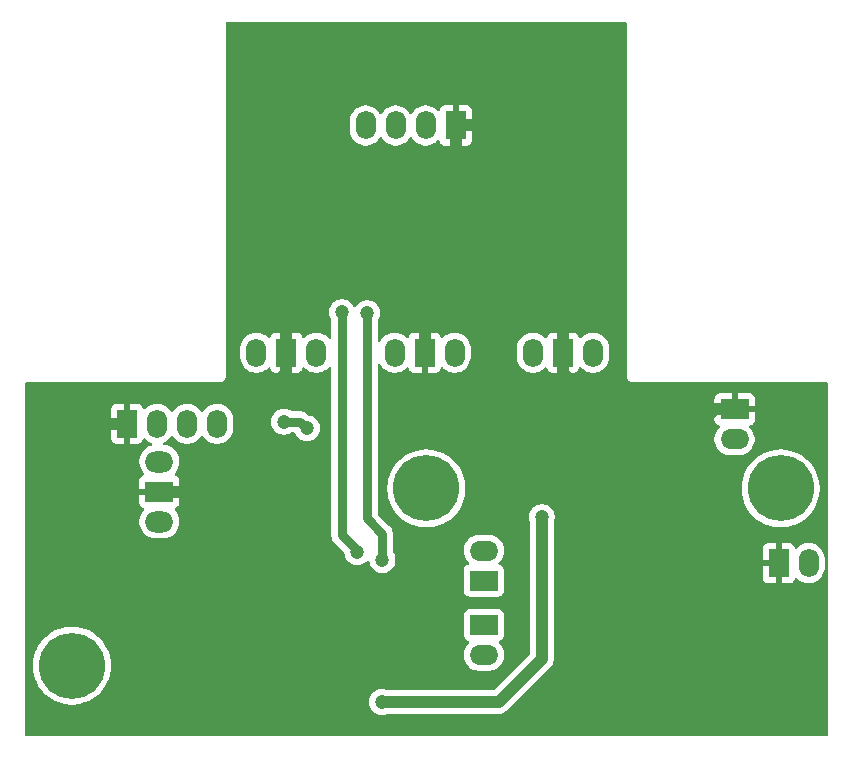
<source format=gbr>
%TF.GenerationSoftware,KiCad,Pcbnew,9.0.6*%
%TF.CreationDate,2026-01-16T11:33:55+01:00*%
%TF.ProjectId,Sumositoire_reborn,53756d6f-7369-4746-9f69-72655f726562,rev?*%
%TF.SameCoordinates,Original*%
%TF.FileFunction,Copper,L2,Bot*%
%TF.FilePolarity,Positive*%
%FSLAX46Y46*%
G04 Gerber Fmt 4.6, Leading zero omitted, Abs format (unit mm)*
G04 Created by KiCad (PCBNEW 9.0.6) date 2026-01-16 11:33:55*
%MOMM*%
%LPD*%
G01*
G04 APERTURE LIST*
%TA.AperFunction,WasherPad*%
%ADD10C,5.600000*%
%TD*%
%TA.AperFunction,ComponentPad*%
%ADD11O,1.700000X2.400000*%
%TD*%
%TA.AperFunction,ComponentPad*%
%ADD12R,1.700000X2.400000*%
%TD*%
%TA.AperFunction,ComponentPad*%
%ADD13O,2.400000X1.800000*%
%TD*%
%TA.AperFunction,ComponentPad*%
%ADD14R,2.400000X1.800000*%
%TD*%
%TA.AperFunction,ComponentPad*%
%ADD15R,2.400000X1.700000*%
%TD*%
%TA.AperFunction,ComponentPad*%
%ADD16O,2.400000X1.700000*%
%TD*%
%TA.AperFunction,ViaPad*%
%ADD17C,1.200000*%
%TD*%
%TA.AperFunction,Conductor*%
%ADD18C,1.000000*%
%TD*%
%TA.AperFunction,Conductor*%
%ADD19C,0.350000*%
%TD*%
%TA.AperFunction,Conductor*%
%ADD20C,0.500000*%
%TD*%
%TA.AperFunction,Conductor*%
%ADD21C,0.750000*%
%TD*%
G04 APERTURE END LIST*
D10*
%TO.P,H1,*%
%TO.N,*%
X128500000Y-111000000D03*
%TD*%
D11*
%TO.P,J1,1,Pin_1*%
%TO.N,/RXD*%
X140775000Y-90525000D03*
%TO.P,J1,2,Pin_2*%
%TO.N,/TXD*%
X138235000Y-90525000D03*
%TO.P,J1,3,Pin_3*%
%TO.N,/RST*%
X135695000Y-90525000D03*
D12*
%TO.P,J1,4,Pin_4*%
%TO.N,GND*%
X133155000Y-90525000D03*
%TD*%
D10*
%TO.P,H2,*%
%TO.N,*%
X158500000Y-96000000D03*
%TD*%
D12*
%TO.P,J5,1,Pin_1*%
%TO.N,GND*%
X160990000Y-65270000D03*
D11*
%TO.P,J5,2,Pin_2*%
%TO.N,/ECHO*%
X158450000Y-65270000D03*
%TO.P,J5,3,Pin_3*%
%TO.N,/TRIGGER*%
X155910000Y-65270000D03*
%TO.P,J5,4,Pin_4*%
%TO.N,+5V*%
X153370000Y-65270000D03*
%TD*%
D10*
%TO.P,H3,*%
%TO.N,*%
X188500000Y-96000000D03*
%TD*%
D13*
%TO.P,U5,1,OUT*%
%TO.N,/REMOTE*%
X135900000Y-93725000D03*
D14*
%TO.P,U5,2,GND*%
%TO.N,GND*%
X135900000Y-96265000D03*
D13*
%TO.P,U5,3,Vs*%
%TO.N,~+5V*%
X135900000Y-98805000D03*
%TD*%
D11*
%TO.P,J11,1,Pin_1*%
%TO.N,Net-(J11-Pin_1)*%
X190875000Y-102325000D03*
D12*
%TO.P,J11,2,Pin_2*%
%TO.N,GND*%
X188335000Y-102325000D03*
%TD*%
D15*
%TO.P,J4,1,Pin_1*%
%TO.N,Net-(J4-Pin_1)*%
X163375000Y-103800000D03*
D16*
%TO.P,J4,2,Pin_2*%
%TO.N,Net-(J4-Pin_2)*%
X163375000Y-101260000D03*
%TD*%
D15*
%TO.P,J3,1,Pin_1*%
%TO.N,Net-(J3-Pin_1)*%
X163380000Y-107550000D03*
D16*
%TO.P,J3,2,Pin_2*%
%TO.N,Net-(J3-Pin_2)*%
X163380000Y-110090000D03*
%TD*%
D11*
%TO.P,J7,1,Pin_1*%
%TO.N,+5V*%
X160900000Y-84500000D03*
D12*
%TO.P,J7,2,Pin_2*%
%TO.N,GND*%
X158360000Y-84500000D03*
D11*
%TO.P,J7,3,Pin_3*%
%TO.N,/CAPT_INFRA_2*%
X155820000Y-84500000D03*
%TD*%
%TO.P,J6,1,Pin_1*%
%TO.N,+5V*%
X149190000Y-84500000D03*
D12*
%TO.P,J6,2,Pin_2*%
%TO.N,GND*%
X146650000Y-84500000D03*
D11*
%TO.P,J6,3,Pin_3*%
%TO.N,/CAPT_INFRA_1*%
X144110000Y-84500000D03*
%TD*%
%TO.P,J8,1,Pin_1*%
%TO.N,+5V*%
X172610000Y-84500000D03*
D12*
%TO.P,J8,2,Pin_2*%
%TO.N,GND*%
X170070000Y-84500000D03*
D11*
%TO.P,J8,3,Pin_3*%
%TO.N,/CAPT_INFRA_3*%
X167530000Y-84500000D03*
%TD*%
D15*
%TO.P,J12,1,Pin_1*%
%TO.N,GND*%
X184600000Y-89300000D03*
D16*
%TO.P,J12,2,Pin_2*%
%TO.N,Net-(J12-Pin_2)*%
X184600000Y-91840000D03*
%TD*%
D17*
%TO.N,GND*%
X169350000Y-68720000D03*
X145910000Y-97880000D03*
X182160000Y-102320000D03*
X147160000Y-111980000D03*
X135490000Y-103575000D03*
X152350000Y-68420000D03*
X172915000Y-96550000D03*
X157120000Y-106460000D03*
X166130000Y-103270000D03*
X180800000Y-90000000D03*
X180250000Y-114290000D03*
%TO.N,+5V*%
X154720000Y-114080000D03*
X168280000Y-98439684D03*
%TO.N,/CAPTAR*%
X146437636Y-90338416D03*
X148400000Y-90920000D03*
%TO.N,/ECHO*%
X153510000Y-81170000D03*
X154790000Y-102060000D03*
%TO.N,/TRIGGER*%
X152670000Y-101410000D03*
X151350000Y-81090000D03*
%TD*%
D18*
%TO.N,GND*%
X145910000Y-94660000D02*
X143870000Y-92620000D01*
X146650000Y-84500000D02*
X146650000Y-81600000D01*
X170070000Y-84500000D02*
X170070000Y-69440000D01*
X141085000Y-96265000D02*
X135900000Y-96265000D01*
X145910000Y-97880000D02*
X154490000Y-106460000D01*
X149840000Y-78410000D02*
X149840000Y-70930000D01*
X172915000Y-96550000D02*
X174250000Y-96550000D01*
X165040000Y-105690000D02*
X166130000Y-104600000D01*
X158360000Y-84500000D02*
X158360000Y-82880000D01*
X139090000Y-101550000D02*
X139100000Y-101550000D01*
X146650000Y-81600000D02*
X149840000Y-78410000D01*
X165900000Y-65270000D02*
X169350000Y-68720000D01*
X158360000Y-80480000D02*
X158360000Y-82880000D01*
X160990000Y-65270000D02*
X165900000Y-65270000D01*
X158360000Y-84500000D02*
X158360000Y-70050000D01*
X143870000Y-89000000D02*
X146650000Y-86220000D01*
X129160000Y-96740000D02*
X129160000Y-91800000D01*
X174250000Y-96550000D02*
X180800000Y-90000000D01*
X173830000Y-90000000D02*
X170070000Y-86240000D01*
X142770000Y-97880000D02*
X145910000Y-97880000D01*
X129160000Y-101490000D02*
X131245000Y-103575000D01*
X131245000Y-103575000D02*
X135490000Y-103575000D01*
X135490000Y-103575000D02*
X137065000Y-103575000D01*
X154490000Y-106460000D02*
X157120000Y-106460000D01*
X158360000Y-70050000D02*
X160990000Y-67420000D01*
X139100000Y-101550000D02*
X142770000Y-97880000D01*
X145910000Y-97880000D02*
X145910000Y-94660000D01*
X182930000Y-89300000D02*
X184600000Y-89300000D01*
X130435000Y-90525000D02*
X133155000Y-90525000D01*
X170070000Y-86240000D02*
X170070000Y-84500000D01*
X182160000Y-102320000D02*
X182160000Y-90070000D01*
X147160000Y-111980000D02*
X151600000Y-111980000D01*
X182160000Y-90070000D02*
X182930000Y-89300000D01*
X160990000Y-67420000D02*
X160990000Y-65270000D01*
D19*
X145890000Y-97900000D02*
X145910000Y-97880000D01*
D18*
X137065000Y-103575000D02*
X139090000Y-101550000D01*
X146650000Y-86220000D02*
X146650000Y-84500000D01*
D20*
X180790000Y-89990000D02*
X180800000Y-90000000D01*
D18*
X149840000Y-70930000D02*
X152350000Y-68420000D01*
X151600000Y-111980000D02*
X157120000Y-106460000D01*
X165040000Y-105690000D02*
X157890000Y-105690000D01*
X129160000Y-95320000D02*
X129160000Y-96740000D01*
X129160000Y-96740000D02*
X129160000Y-101490000D01*
X170070000Y-69440000D02*
X169350000Y-68720000D01*
X156290000Y-78410000D02*
X158360000Y-80480000D01*
X166130000Y-104600000D02*
X166130000Y-103270000D01*
X142770000Y-97880000D02*
X142700000Y-97880000D01*
X143870000Y-92620000D02*
X143870000Y-89000000D01*
X180800000Y-90000000D02*
X173830000Y-90000000D01*
X142700000Y-97880000D02*
X141085000Y-96265000D01*
X129160000Y-91800000D02*
X130435000Y-90525000D01*
X157890000Y-105690000D02*
X157120000Y-106460000D01*
X149840000Y-78410000D02*
X156290000Y-78410000D01*
%TO.N,+5V*%
X164640000Y-114080000D02*
X154760000Y-114080000D01*
X168300000Y-110420000D02*
X164640000Y-114080000D01*
X168280000Y-98439684D02*
X168300000Y-98459684D01*
X154760000Y-114080000D02*
X154740000Y-114100000D01*
X168300000Y-98459684D02*
X168300000Y-110420000D01*
D21*
%TO.N,/CAPTAR*%
X146437636Y-90338416D02*
X147818416Y-90338416D01*
X147818416Y-90338416D02*
X148400000Y-90920000D01*
%TO.N,/ECHO*%
X154790000Y-99820000D02*
X153510000Y-98540000D01*
X154790000Y-102060000D02*
X154790000Y-99820000D01*
X153510000Y-98540000D02*
X153510000Y-81170000D01*
%TO.N,/TRIGGER*%
X151320000Y-99960000D02*
X151320000Y-81120000D01*
X152510000Y-101150000D02*
X151320000Y-99960000D01*
X152670000Y-101350000D02*
X152510000Y-101190000D01*
X151320000Y-81120000D02*
X151350000Y-81090000D01*
X152670000Y-101410000D02*
X152670000Y-101350000D01*
X152510000Y-101190000D02*
X152510000Y-101150000D01*
%TD*%
%TA.AperFunction,Conductor*%
%TO.N,GND*%
G36*
X175442539Y-56520185D02*
G01*
X175488294Y-56572989D01*
X175499500Y-56624500D01*
X175499500Y-86565891D01*
X175533608Y-86693187D01*
X175566554Y-86750250D01*
X175599500Y-86807314D01*
X175692686Y-86900500D01*
X175806814Y-86966392D01*
X175934108Y-87000500D01*
X192375500Y-87000500D01*
X192442539Y-87020185D01*
X192488294Y-87072989D01*
X192499500Y-87124500D01*
X192499500Y-116875500D01*
X192479815Y-116942539D01*
X192427011Y-116988294D01*
X192375500Y-116999500D01*
X124624500Y-116999500D01*
X124557461Y-116979815D01*
X124511706Y-116927011D01*
X124500500Y-116875500D01*
X124500500Y-110837860D01*
X125199500Y-110837860D01*
X125199500Y-111162139D01*
X125231284Y-111484857D01*
X125231287Y-111484874D01*
X125294545Y-111802902D01*
X125294548Y-111802913D01*
X125388686Y-112113247D01*
X125512786Y-112412849D01*
X125512788Y-112412854D01*
X125665646Y-112698830D01*
X125665657Y-112698848D01*
X125845811Y-112968467D01*
X125845821Y-112968481D01*
X126051546Y-113219158D01*
X126280841Y-113448453D01*
X126280846Y-113448457D01*
X126280847Y-113448458D01*
X126531524Y-113654183D01*
X126801158Y-113834347D01*
X126801167Y-113834352D01*
X126801169Y-113834353D01*
X127087145Y-113987211D01*
X127087147Y-113987211D01*
X127087153Y-113987215D01*
X127386754Y-114111314D01*
X127697077Y-114205449D01*
X127697083Y-114205450D01*
X127697086Y-114205451D01*
X127697097Y-114205454D01*
X127896528Y-114245122D01*
X128015132Y-114268714D01*
X128337857Y-114300500D01*
X128337860Y-114300500D01*
X128662140Y-114300500D01*
X128662143Y-114300500D01*
X128984868Y-114268714D01*
X129142295Y-114237399D01*
X129302902Y-114205454D01*
X129302913Y-114205451D01*
X129302913Y-114205450D01*
X129302923Y-114205449D01*
X129613246Y-114111314D01*
X129897942Y-113993389D01*
X153619500Y-113993389D01*
X153619500Y-114166610D01*
X153635671Y-114268714D01*
X153646598Y-114337701D01*
X153700127Y-114502445D01*
X153778768Y-114656788D01*
X153880586Y-114796928D01*
X154003072Y-114919414D01*
X154143212Y-115021232D01*
X154297555Y-115099873D01*
X154462299Y-115153402D01*
X154633389Y-115180500D01*
X154633390Y-115180500D01*
X154806610Y-115180500D01*
X154806611Y-115180500D01*
X154977701Y-115153402D01*
X155142445Y-115099873D01*
X155142449Y-115099871D01*
X155153941Y-115094016D01*
X155210237Y-115080500D01*
X164738542Y-115080500D01*
X164769566Y-115074328D01*
X164835188Y-115061275D01*
X164931836Y-115042051D01*
X164985165Y-115019961D01*
X165113914Y-114966632D01*
X165277782Y-114857139D01*
X165417139Y-114717782D01*
X165417139Y-114717780D01*
X165427347Y-114707573D01*
X165427348Y-114707570D01*
X169077140Y-111057781D01*
X169186632Y-110893914D01*
X169262052Y-110711835D01*
X169300500Y-110518540D01*
X169300500Y-110321459D01*
X169300500Y-101077155D01*
X186985000Y-101077155D01*
X186985000Y-102075000D01*
X187901988Y-102075000D01*
X187869075Y-102132007D01*
X187835000Y-102259174D01*
X187835000Y-102390826D01*
X187869075Y-102517993D01*
X187901988Y-102575000D01*
X186985000Y-102575000D01*
X186985000Y-103572844D01*
X186991401Y-103632372D01*
X186991403Y-103632379D01*
X187041645Y-103767086D01*
X187041649Y-103767093D01*
X187127809Y-103882187D01*
X187127812Y-103882190D01*
X187242906Y-103968350D01*
X187242913Y-103968354D01*
X187377620Y-104018596D01*
X187377627Y-104018598D01*
X187437155Y-104024999D01*
X187437172Y-104025000D01*
X188085000Y-104025000D01*
X188085000Y-102758012D01*
X188142007Y-102790925D01*
X188269174Y-102825000D01*
X188400826Y-102825000D01*
X188527993Y-102790925D01*
X188585000Y-102758012D01*
X188585000Y-104025000D01*
X189232828Y-104025000D01*
X189232844Y-104024999D01*
X189292372Y-104018598D01*
X189292379Y-104018596D01*
X189427086Y-103968354D01*
X189427093Y-103968350D01*
X189542187Y-103882190D01*
X189542190Y-103882187D01*
X189628350Y-103767093D01*
X189628354Y-103767086D01*
X189677422Y-103635529D01*
X189719293Y-103579595D01*
X189784757Y-103555178D01*
X189853030Y-103570030D01*
X189881285Y-103591181D01*
X189995213Y-103705109D01*
X190167179Y-103830048D01*
X190167181Y-103830049D01*
X190167184Y-103830051D01*
X190356588Y-103926557D01*
X190558757Y-103992246D01*
X190768713Y-104025500D01*
X190768714Y-104025500D01*
X190981286Y-104025500D01*
X190981287Y-104025500D01*
X191191243Y-103992246D01*
X191393412Y-103926557D01*
X191582816Y-103830051D01*
X191669471Y-103767093D01*
X191754786Y-103705109D01*
X191754788Y-103705106D01*
X191754792Y-103705104D01*
X191905104Y-103554792D01*
X191905106Y-103554788D01*
X191905109Y-103554786D01*
X192030048Y-103382820D01*
X192030047Y-103382820D01*
X192030051Y-103382816D01*
X192126557Y-103193412D01*
X192192246Y-102991243D01*
X192225500Y-102781287D01*
X192225500Y-101868713D01*
X192192246Y-101658757D01*
X192126557Y-101456588D01*
X192030051Y-101267184D01*
X192030049Y-101267181D01*
X192030048Y-101267179D01*
X191905109Y-101095213D01*
X191754786Y-100944890D01*
X191582820Y-100819951D01*
X191393414Y-100723444D01*
X191393413Y-100723443D01*
X191393412Y-100723443D01*
X191191243Y-100657754D01*
X191191241Y-100657753D01*
X191191240Y-100657753D01*
X191029957Y-100632208D01*
X190981287Y-100624500D01*
X190768713Y-100624500D01*
X190720042Y-100632208D01*
X190558760Y-100657753D01*
X190356585Y-100723444D01*
X190167179Y-100819951D01*
X189995215Y-100944889D01*
X189881285Y-101058819D01*
X189819962Y-101092303D01*
X189750270Y-101087319D01*
X189694337Y-101045447D01*
X189677422Y-101014470D01*
X189628354Y-100882913D01*
X189628350Y-100882906D01*
X189542190Y-100767812D01*
X189542187Y-100767809D01*
X189427093Y-100681649D01*
X189427086Y-100681645D01*
X189292379Y-100631403D01*
X189292372Y-100631401D01*
X189232844Y-100625000D01*
X188585000Y-100625000D01*
X188585000Y-101891988D01*
X188527993Y-101859075D01*
X188400826Y-101825000D01*
X188269174Y-101825000D01*
X188142007Y-101859075D01*
X188085000Y-101891988D01*
X188085000Y-100625000D01*
X187437155Y-100625000D01*
X187377627Y-100631401D01*
X187377620Y-100631403D01*
X187242913Y-100681645D01*
X187242906Y-100681649D01*
X187127812Y-100767809D01*
X187127809Y-100767812D01*
X187041649Y-100882906D01*
X187041645Y-100882913D01*
X186991403Y-101017620D01*
X186991401Y-101017627D01*
X186985000Y-101077155D01*
X169300500Y-101077155D01*
X169300500Y-98879838D01*
X169306569Y-98841520D01*
X169308900Y-98834347D01*
X169353402Y-98697385D01*
X169380500Y-98526295D01*
X169380500Y-98353073D01*
X169353402Y-98181983D01*
X169299873Y-98017239D01*
X169221232Y-97862896D01*
X169119414Y-97722756D01*
X168996928Y-97600270D01*
X168856788Y-97498452D01*
X168702445Y-97419811D01*
X168537701Y-97366282D01*
X168537699Y-97366281D01*
X168537698Y-97366281D01*
X168406271Y-97345465D01*
X168366611Y-97339184D01*
X168193389Y-97339184D01*
X168153728Y-97345465D01*
X168022302Y-97366281D01*
X167857552Y-97419812D01*
X167703211Y-97498452D01*
X167623256Y-97556543D01*
X167563072Y-97600270D01*
X167563070Y-97600272D01*
X167563069Y-97600272D01*
X167440588Y-97722753D01*
X167440588Y-97722754D01*
X167440586Y-97722756D01*
X167430413Y-97736758D01*
X167338768Y-97862895D01*
X167260128Y-98017236D01*
X167206597Y-98181986D01*
X167179500Y-98353073D01*
X167179500Y-98526294D01*
X167199754Y-98654178D01*
X167206598Y-98697385D01*
X167251098Y-98834342D01*
X167260128Y-98862131D01*
X167285985Y-98912878D01*
X167299500Y-98969173D01*
X167299500Y-109954217D01*
X167279815Y-110021256D01*
X167263181Y-110041898D01*
X164261899Y-113043181D01*
X164200576Y-113076666D01*
X164174218Y-113079500D01*
X155210237Y-113079500D01*
X155153941Y-113065984D01*
X155142449Y-113060128D01*
X155060073Y-113033362D01*
X154977701Y-113006598D01*
X154977699Y-113006597D01*
X154977698Y-113006597D01*
X154846271Y-112985781D01*
X154806611Y-112979500D01*
X154633389Y-112979500D01*
X154593728Y-112985781D01*
X154462302Y-113006597D01*
X154297552Y-113060128D01*
X154143211Y-113138768D01*
X154063256Y-113196859D01*
X154003072Y-113240586D01*
X154003070Y-113240588D01*
X154003069Y-113240588D01*
X153880588Y-113363069D01*
X153880588Y-113363070D01*
X153880586Y-113363072D01*
X153836859Y-113423256D01*
X153778768Y-113503211D01*
X153700128Y-113657552D01*
X153646597Y-113822302D01*
X153619500Y-113993389D01*
X129897942Y-113993389D01*
X129912847Y-113987215D01*
X130198842Y-113834347D01*
X130468476Y-113654183D01*
X130719153Y-113448458D01*
X130948458Y-113219153D01*
X131154183Y-112968476D01*
X131334347Y-112698842D01*
X131487215Y-112412847D01*
X131611314Y-112113246D01*
X131705449Y-111802923D01*
X131705451Y-111802913D01*
X131705454Y-111802902D01*
X131737399Y-111642295D01*
X131768714Y-111484868D01*
X131800500Y-111162143D01*
X131800500Y-110837857D01*
X131768714Y-110515132D01*
X131730190Y-110321459D01*
X131705454Y-110197097D01*
X131705451Y-110197086D01*
X131705450Y-110197083D01*
X131705449Y-110197077D01*
X131611314Y-109886754D01*
X131487215Y-109587153D01*
X131478895Y-109571588D01*
X131334353Y-109301169D01*
X131334352Y-109301167D01*
X131334347Y-109301158D01*
X131154183Y-109031524D01*
X130948458Y-108780847D01*
X130948457Y-108780846D01*
X130948453Y-108780841D01*
X130719158Y-108551546D01*
X130468481Y-108345821D01*
X130468480Y-108345820D01*
X130468476Y-108345817D01*
X130198842Y-108165653D01*
X130198837Y-108165650D01*
X130198830Y-108165646D01*
X129912854Y-108012788D01*
X129912849Y-108012786D01*
X129613247Y-107888686D01*
X129302913Y-107794548D01*
X129302902Y-107794545D01*
X128984874Y-107731287D01*
X128984857Y-107731284D01*
X128740812Y-107707248D01*
X128662143Y-107699500D01*
X128337857Y-107699500D01*
X128265099Y-107706666D01*
X128015142Y-107731284D01*
X128015125Y-107731287D01*
X127697097Y-107794545D01*
X127697086Y-107794548D01*
X127386752Y-107888686D01*
X127087150Y-108012786D01*
X127087145Y-108012788D01*
X126801169Y-108165646D01*
X126801151Y-108165657D01*
X126531532Y-108345811D01*
X126531518Y-108345821D01*
X126280841Y-108551546D01*
X126051546Y-108780841D01*
X125845821Y-109031518D01*
X125845811Y-109031532D01*
X125665657Y-109301151D01*
X125665646Y-109301169D01*
X125512788Y-109587145D01*
X125512786Y-109587150D01*
X125388686Y-109886752D01*
X125294548Y-110197086D01*
X125294545Y-110197097D01*
X125231287Y-110515125D01*
X125231284Y-110515142D01*
X125199500Y-110837860D01*
X124500500Y-110837860D01*
X124500500Y-106652135D01*
X161679500Y-106652135D01*
X161679500Y-108447870D01*
X161679501Y-108447876D01*
X161685908Y-108507483D01*
X161736202Y-108642328D01*
X161736206Y-108642335D01*
X161822452Y-108757544D01*
X161822455Y-108757547D01*
X161937664Y-108843793D01*
X161937671Y-108843797D01*
X162069082Y-108892810D01*
X162125016Y-108934681D01*
X162149433Y-109000145D01*
X162134582Y-109068418D01*
X162113431Y-109096673D01*
X161999889Y-109210215D01*
X161874951Y-109382179D01*
X161778444Y-109571585D01*
X161712753Y-109773760D01*
X161694857Y-109886752D01*
X161679500Y-109983713D01*
X161679500Y-110196287D01*
X161712754Y-110406243D01*
X161748134Y-110515132D01*
X161778444Y-110608414D01*
X161874951Y-110797820D01*
X161999890Y-110969786D01*
X162150213Y-111120109D01*
X162322179Y-111245048D01*
X162322181Y-111245049D01*
X162322184Y-111245051D01*
X162511588Y-111341557D01*
X162713757Y-111407246D01*
X162923713Y-111440500D01*
X162923714Y-111440500D01*
X163836286Y-111440500D01*
X163836287Y-111440500D01*
X164046243Y-111407246D01*
X164248412Y-111341557D01*
X164437816Y-111245051D01*
X164551930Y-111162143D01*
X164609786Y-111120109D01*
X164609788Y-111120106D01*
X164609792Y-111120104D01*
X164760104Y-110969792D01*
X164760106Y-110969788D01*
X164760109Y-110969786D01*
X164885048Y-110797820D01*
X164885047Y-110797820D01*
X164885051Y-110797816D01*
X164981557Y-110608412D01*
X165047246Y-110406243D01*
X165080500Y-110196287D01*
X165080500Y-109983713D01*
X165047246Y-109773757D01*
X164981557Y-109571588D01*
X164885051Y-109382184D01*
X164885049Y-109382181D01*
X164885048Y-109382179D01*
X164760109Y-109210213D01*
X164646569Y-109096673D01*
X164613084Y-109035350D01*
X164618068Y-108965658D01*
X164659940Y-108909725D01*
X164690915Y-108892810D01*
X164822331Y-108843796D01*
X164937546Y-108757546D01*
X165023796Y-108642331D01*
X165074091Y-108507483D01*
X165080500Y-108447873D01*
X165080499Y-106652128D01*
X165074091Y-106592517D01*
X165023796Y-106457669D01*
X165023795Y-106457668D01*
X165023793Y-106457664D01*
X164937547Y-106342455D01*
X164937544Y-106342452D01*
X164822335Y-106256206D01*
X164822328Y-106256202D01*
X164687482Y-106205908D01*
X164687483Y-106205908D01*
X164627883Y-106199501D01*
X164627881Y-106199500D01*
X164627873Y-106199500D01*
X164627864Y-106199500D01*
X162132129Y-106199500D01*
X162132123Y-106199501D01*
X162072516Y-106205908D01*
X161937671Y-106256202D01*
X161937664Y-106256206D01*
X161822455Y-106342452D01*
X161822452Y-106342455D01*
X161736206Y-106457664D01*
X161736202Y-106457671D01*
X161685908Y-106592517D01*
X161679501Y-106652116D01*
X161679501Y-106652123D01*
X161679500Y-106652135D01*
X124500500Y-106652135D01*
X124500500Y-89277155D01*
X131805000Y-89277155D01*
X131805000Y-90275000D01*
X132721988Y-90275000D01*
X132689075Y-90332007D01*
X132655000Y-90459174D01*
X132655000Y-90590826D01*
X132689075Y-90717993D01*
X132721988Y-90775000D01*
X131805000Y-90775000D01*
X131805000Y-91772844D01*
X131811401Y-91832372D01*
X131811403Y-91832379D01*
X131861645Y-91967086D01*
X131861649Y-91967093D01*
X131947809Y-92082187D01*
X131947812Y-92082190D01*
X132062906Y-92168350D01*
X132062913Y-92168354D01*
X132197620Y-92218596D01*
X132197627Y-92218598D01*
X132257155Y-92224999D01*
X132257172Y-92225000D01*
X132905000Y-92225000D01*
X132905000Y-90958012D01*
X132962007Y-90990925D01*
X133089174Y-91025000D01*
X133220826Y-91025000D01*
X133347993Y-90990925D01*
X133405000Y-90958012D01*
X133405000Y-92225000D01*
X134052828Y-92225000D01*
X134052844Y-92224999D01*
X134112372Y-92218598D01*
X134112379Y-92218596D01*
X134247086Y-92168354D01*
X134247093Y-92168350D01*
X134362187Y-92082190D01*
X134362190Y-92082187D01*
X134448350Y-91967093D01*
X134448354Y-91967086D01*
X134497422Y-91835529D01*
X134539293Y-91779595D01*
X134604757Y-91755178D01*
X134673030Y-91770030D01*
X134701285Y-91791181D01*
X134815213Y-91905109D01*
X134987179Y-92030048D01*
X134987181Y-92030049D01*
X134987184Y-92030051D01*
X135176588Y-92126557D01*
X135219033Y-92140348D01*
X135276709Y-92179786D01*
X135303907Y-92244144D01*
X135291992Y-92312991D01*
X135244748Y-92364466D01*
X135219033Y-92376210D01*
X135062396Y-92427103D01*
X135062393Y-92427104D01*
X134865974Y-92527187D01*
X134687641Y-92656752D01*
X134687636Y-92656756D01*
X134531756Y-92812636D01*
X134531752Y-92812641D01*
X134402187Y-92990974D01*
X134302104Y-93187393D01*
X134302103Y-93187396D01*
X134233985Y-93397047D01*
X134199500Y-93614778D01*
X134199500Y-93835221D01*
X134233985Y-94052952D01*
X134302103Y-94262603D01*
X134302104Y-94262606D01*
X134402187Y-94459025D01*
X134531752Y-94637358D01*
X134531756Y-94637363D01*
X134582316Y-94687923D01*
X134615801Y-94749246D01*
X134610817Y-94818938D01*
X134568945Y-94874871D01*
X134537969Y-94891785D01*
X134457918Y-94921643D01*
X134457906Y-94921649D01*
X134342812Y-95007809D01*
X134342809Y-95007812D01*
X134256649Y-95122906D01*
X134256645Y-95122913D01*
X134206403Y-95257620D01*
X134206401Y-95257627D01*
X134200000Y-95317155D01*
X134200000Y-96015000D01*
X135524722Y-96015000D01*
X135480667Y-96091306D01*
X135450000Y-96205756D01*
X135450000Y-96324244D01*
X135480667Y-96438694D01*
X135524722Y-96515000D01*
X134200000Y-96515000D01*
X134200000Y-97212844D01*
X134206401Y-97272372D01*
X134206403Y-97272379D01*
X134256645Y-97407086D01*
X134256649Y-97407093D01*
X134342809Y-97522187D01*
X134342812Y-97522190D01*
X134457906Y-97608350D01*
X134457913Y-97608354D01*
X134537968Y-97638213D01*
X134593902Y-97680084D01*
X134618319Y-97745549D01*
X134603467Y-97813822D01*
X134582317Y-97842075D01*
X134531756Y-97892636D01*
X134531752Y-97892641D01*
X134402187Y-98070974D01*
X134302104Y-98267393D01*
X134302103Y-98267396D01*
X134233985Y-98477047D01*
X134233985Y-98477049D01*
X134199500Y-98694778D01*
X134199500Y-98915222D01*
X134208045Y-98969173D01*
X134233985Y-99132952D01*
X134302103Y-99342603D01*
X134302104Y-99342606D01*
X134402187Y-99539025D01*
X134531752Y-99717358D01*
X134531756Y-99717363D01*
X134687636Y-99873243D01*
X134687641Y-99873247D01*
X134843192Y-99986260D01*
X134865978Y-100002815D01*
X134951190Y-100046233D01*
X135062393Y-100102895D01*
X135062396Y-100102896D01*
X135167221Y-100136955D01*
X135272049Y-100171015D01*
X135489778Y-100205500D01*
X135489779Y-100205500D01*
X136310221Y-100205500D01*
X136310222Y-100205500D01*
X136527951Y-100171015D01*
X136737606Y-100102895D01*
X136934022Y-100002815D01*
X137112365Y-99873242D01*
X137268242Y-99717365D01*
X137397815Y-99539022D01*
X137497895Y-99342606D01*
X137566015Y-99132951D01*
X137600500Y-98915222D01*
X137600500Y-98694778D01*
X137566015Y-98477049D01*
X137497895Y-98267394D01*
X137497895Y-98267393D01*
X137452018Y-98177356D01*
X137397815Y-98070978D01*
X137358772Y-98017239D01*
X137268247Y-97892641D01*
X137268243Y-97892636D01*
X137217683Y-97842076D01*
X137184198Y-97780753D01*
X137189182Y-97711061D01*
X137231054Y-97655128D01*
X137262031Y-97638213D01*
X137342086Y-97608354D01*
X137342093Y-97608350D01*
X137457187Y-97522190D01*
X137457190Y-97522187D01*
X137543350Y-97407093D01*
X137543354Y-97407086D01*
X137593596Y-97272379D01*
X137593598Y-97272372D01*
X137599999Y-97212844D01*
X137600000Y-97212827D01*
X137600000Y-96515000D01*
X136275278Y-96515000D01*
X136319333Y-96438694D01*
X136350000Y-96324244D01*
X136350000Y-96205756D01*
X136319333Y-96091306D01*
X136275278Y-96015000D01*
X137600000Y-96015000D01*
X137600000Y-95317172D01*
X137599999Y-95317155D01*
X137593598Y-95257627D01*
X137593596Y-95257620D01*
X137543354Y-95122913D01*
X137543350Y-95122906D01*
X137457190Y-95007812D01*
X137457187Y-95007809D01*
X137342093Y-94921649D01*
X137342087Y-94921646D01*
X137262030Y-94891786D01*
X137206097Y-94849914D01*
X137181680Y-94784450D01*
X137196532Y-94716177D01*
X137217681Y-94687925D01*
X137268242Y-94637365D01*
X137397815Y-94459022D01*
X137497895Y-94262606D01*
X137566015Y-94052951D01*
X137600500Y-93835222D01*
X137600500Y-93614778D01*
X137566015Y-93397049D01*
X137531955Y-93292221D01*
X137497896Y-93187396D01*
X137497895Y-93187393D01*
X137449062Y-93091555D01*
X137397815Y-92990978D01*
X137309999Y-92870109D01*
X137268247Y-92812641D01*
X137268243Y-92812636D01*
X137112363Y-92656756D01*
X137112358Y-92656752D01*
X136934025Y-92527187D01*
X136934024Y-92527186D01*
X136934022Y-92527185D01*
X136871096Y-92495122D01*
X136737606Y-92427104D01*
X136737603Y-92427103D01*
X136527952Y-92358985D01*
X136316941Y-92325564D01*
X136253806Y-92295635D01*
X136216875Y-92236323D01*
X136217873Y-92166461D01*
X136256483Y-92108228D01*
X136280041Y-92092607D01*
X136402816Y-92030051D01*
X136424789Y-92014086D01*
X136574786Y-91905109D01*
X136574788Y-91905106D01*
X136574792Y-91905104D01*
X136725104Y-91754792D01*
X136725106Y-91754788D01*
X136725109Y-91754786D01*
X136850048Y-91582820D01*
X136850047Y-91582820D01*
X136850051Y-91582816D01*
X136854514Y-91574054D01*
X136902488Y-91523259D01*
X136970308Y-91506463D01*
X137036444Y-91528999D01*
X137075486Y-91574056D01*
X137079951Y-91582820D01*
X137204890Y-91754786D01*
X137355213Y-91905109D01*
X137527179Y-92030048D01*
X137527181Y-92030049D01*
X137527184Y-92030051D01*
X137716588Y-92126557D01*
X137918757Y-92192246D01*
X138128713Y-92225500D01*
X138128714Y-92225500D01*
X138341286Y-92225500D01*
X138341287Y-92225500D01*
X138551243Y-92192246D01*
X138753412Y-92126557D01*
X138942816Y-92030051D01*
X138964789Y-92014086D01*
X139114786Y-91905109D01*
X139114788Y-91905106D01*
X139114792Y-91905104D01*
X139265104Y-91754792D01*
X139265106Y-91754788D01*
X139265109Y-91754786D01*
X139390048Y-91582820D01*
X139390047Y-91582820D01*
X139390051Y-91582816D01*
X139394514Y-91574054D01*
X139442488Y-91523259D01*
X139510308Y-91506463D01*
X139576444Y-91528999D01*
X139615486Y-91574056D01*
X139619951Y-91582820D01*
X139744890Y-91754786D01*
X139895213Y-91905109D01*
X140067179Y-92030048D01*
X140067181Y-92030049D01*
X140067184Y-92030051D01*
X140256588Y-92126557D01*
X140458757Y-92192246D01*
X140668713Y-92225500D01*
X140668714Y-92225500D01*
X140881286Y-92225500D01*
X140881287Y-92225500D01*
X141091243Y-92192246D01*
X141293412Y-92126557D01*
X141482816Y-92030051D01*
X141504789Y-92014086D01*
X141654786Y-91905109D01*
X141654788Y-91905106D01*
X141654792Y-91905104D01*
X141805104Y-91754792D01*
X141805106Y-91754788D01*
X141805109Y-91754786D01*
X141930048Y-91582820D01*
X141930047Y-91582820D01*
X141930051Y-91582816D01*
X142026557Y-91393412D01*
X142092246Y-91191243D01*
X142125500Y-90981287D01*
X142125500Y-90251805D01*
X145337136Y-90251805D01*
X145337136Y-90425026D01*
X145363795Y-90593350D01*
X145364234Y-90596117D01*
X145417763Y-90760861D01*
X145496404Y-90915204D01*
X145598222Y-91055344D01*
X145720708Y-91177830D01*
X145860848Y-91279648D01*
X146015191Y-91358289D01*
X146179935Y-91411818D01*
X146351025Y-91438916D01*
X146351026Y-91438916D01*
X146524246Y-91438916D01*
X146524247Y-91438916D01*
X146695337Y-91411818D01*
X146860081Y-91358289D01*
X147014424Y-91279648D01*
X147040728Y-91260536D01*
X147072302Y-91237598D01*
X147092346Y-91230445D01*
X147110252Y-91218939D01*
X147134278Y-91215484D01*
X147138108Y-91214118D01*
X147145187Y-91213916D01*
X147248274Y-91213916D01*
X147315313Y-91233601D01*
X147361068Y-91286405D01*
X147366205Y-91299597D01*
X147380128Y-91342449D01*
X147429281Y-91438916D01*
X147458768Y-91496788D01*
X147560586Y-91636928D01*
X147683072Y-91759414D01*
X147823212Y-91861232D01*
X147977555Y-91939873D01*
X148142299Y-91993402D01*
X148313389Y-92020500D01*
X148313390Y-92020500D01*
X148486610Y-92020500D01*
X148486611Y-92020500D01*
X148657701Y-91993402D01*
X148822445Y-91939873D01*
X148976788Y-91861232D01*
X149116928Y-91759414D01*
X149239414Y-91636928D01*
X149341232Y-91496788D01*
X149419873Y-91342445D01*
X149473402Y-91177701D01*
X149500500Y-91006611D01*
X149500500Y-90833389D01*
X149473402Y-90662299D01*
X149419873Y-90497555D01*
X149341232Y-90343212D01*
X149239414Y-90203072D01*
X149116928Y-90080586D01*
X148976788Y-89978768D01*
X148822445Y-89900127D01*
X148657701Y-89846598D01*
X148657698Y-89846597D01*
X148587038Y-89835405D01*
X148523904Y-89805475D01*
X148518774Y-89800630D01*
X148376515Y-89658371D01*
X148376514Y-89658370D01*
X148376513Y-89658369D01*
X148233127Y-89562561D01*
X148233114Y-89562554D01*
X148073794Y-89496562D01*
X148073782Y-89496559D01*
X147904648Y-89462916D01*
X147904645Y-89462916D01*
X147145187Y-89462916D01*
X147078148Y-89443231D01*
X147072302Y-89439234D01*
X147014427Y-89397186D01*
X147014426Y-89397185D01*
X147014424Y-89397184D01*
X146860081Y-89318543D01*
X146695337Y-89265014D01*
X146695335Y-89265013D01*
X146695334Y-89265013D01*
X146563907Y-89244197D01*
X146524247Y-89237916D01*
X146351025Y-89237916D01*
X146311364Y-89244197D01*
X146179938Y-89265013D01*
X146015188Y-89318544D01*
X145860847Y-89397184D01*
X145802971Y-89439234D01*
X145720708Y-89499002D01*
X145720706Y-89499004D01*
X145720705Y-89499004D01*
X145598224Y-89621485D01*
X145598224Y-89621486D01*
X145598222Y-89621488D01*
X145571425Y-89658371D01*
X145496404Y-89761627D01*
X145417764Y-89915968D01*
X145364233Y-90080718D01*
X145337136Y-90251805D01*
X142125500Y-90251805D01*
X142125500Y-90068713D01*
X142092246Y-89858757D01*
X142026557Y-89656588D01*
X141930051Y-89467184D01*
X141930049Y-89467181D01*
X141930048Y-89467179D01*
X141805109Y-89295213D01*
X141654786Y-89144890D01*
X141482820Y-89019951D01*
X141293414Y-88923444D01*
X141293413Y-88923443D01*
X141293412Y-88923443D01*
X141091243Y-88857754D01*
X141091241Y-88857753D01*
X141091240Y-88857753D01*
X140929957Y-88832208D01*
X140881287Y-88824500D01*
X140668713Y-88824500D01*
X140620042Y-88832208D01*
X140458760Y-88857753D01*
X140458757Y-88857754D01*
X140329043Y-88899901D01*
X140256585Y-88923444D01*
X140067179Y-89019951D01*
X139895213Y-89144890D01*
X139744890Y-89295213D01*
X139619949Y-89467182D01*
X139615484Y-89475946D01*
X139567509Y-89526742D01*
X139499688Y-89543536D01*
X139433553Y-89520998D01*
X139394516Y-89475946D01*
X139390050Y-89467182D01*
X139265109Y-89295213D01*
X139114786Y-89144890D01*
X138942820Y-89019951D01*
X138753414Y-88923444D01*
X138753413Y-88923443D01*
X138753412Y-88923443D01*
X138551243Y-88857754D01*
X138551241Y-88857753D01*
X138551240Y-88857753D01*
X138389957Y-88832208D01*
X138341287Y-88824500D01*
X138128713Y-88824500D01*
X138080042Y-88832208D01*
X137918760Y-88857753D01*
X137918757Y-88857754D01*
X137789043Y-88899901D01*
X137716585Y-88923444D01*
X137527179Y-89019951D01*
X137355213Y-89144890D01*
X137204890Y-89295213D01*
X137079949Y-89467182D01*
X137075484Y-89475946D01*
X137027509Y-89526742D01*
X136959688Y-89543536D01*
X136893553Y-89520998D01*
X136854516Y-89475946D01*
X136850050Y-89467182D01*
X136725109Y-89295213D01*
X136574786Y-89144890D01*
X136402820Y-89019951D01*
X136213414Y-88923444D01*
X136213413Y-88923443D01*
X136213412Y-88923443D01*
X136011243Y-88857754D01*
X136011241Y-88857753D01*
X136011240Y-88857753D01*
X135849957Y-88832208D01*
X135801287Y-88824500D01*
X135588713Y-88824500D01*
X135540042Y-88832208D01*
X135378760Y-88857753D01*
X135378757Y-88857754D01*
X135249043Y-88899901D01*
X135176585Y-88923444D01*
X134987179Y-89019951D01*
X134815215Y-89144889D01*
X134701285Y-89258819D01*
X134639962Y-89292303D01*
X134570270Y-89287319D01*
X134514337Y-89245447D01*
X134497422Y-89214470D01*
X134448354Y-89082913D01*
X134448350Y-89082906D01*
X134362190Y-88967812D01*
X134362187Y-88967809D01*
X134247093Y-88881649D01*
X134247086Y-88881645D01*
X134112379Y-88831403D01*
X134112372Y-88831401D01*
X134052844Y-88825000D01*
X133405000Y-88825000D01*
X133405000Y-90091988D01*
X133347993Y-90059075D01*
X133220826Y-90025000D01*
X133089174Y-90025000D01*
X132962007Y-90059075D01*
X132905000Y-90091988D01*
X132905000Y-88825000D01*
X132257155Y-88825000D01*
X132197627Y-88831401D01*
X132197620Y-88831403D01*
X132062913Y-88881645D01*
X132062906Y-88881649D01*
X131947812Y-88967809D01*
X131947809Y-88967812D01*
X131861649Y-89082906D01*
X131861645Y-89082913D01*
X131811403Y-89217620D01*
X131811401Y-89217627D01*
X131805000Y-89277155D01*
X124500500Y-89277155D01*
X124500500Y-87124500D01*
X124520185Y-87057461D01*
X124572989Y-87011706D01*
X124624500Y-87000500D01*
X141065890Y-87000500D01*
X141065892Y-87000500D01*
X141193186Y-86966392D01*
X141307314Y-86900500D01*
X141400500Y-86807314D01*
X141466392Y-86693186D01*
X141500500Y-86565892D01*
X141500500Y-84043713D01*
X142759500Y-84043713D01*
X142759500Y-84956286D01*
X142792753Y-85166239D01*
X142858444Y-85368414D01*
X142954951Y-85557820D01*
X143079890Y-85729786D01*
X143230213Y-85880109D01*
X143402179Y-86005048D01*
X143402181Y-86005049D01*
X143402184Y-86005051D01*
X143591588Y-86101557D01*
X143793757Y-86167246D01*
X144003713Y-86200500D01*
X144003714Y-86200500D01*
X144216286Y-86200500D01*
X144216287Y-86200500D01*
X144426243Y-86167246D01*
X144628412Y-86101557D01*
X144817816Y-86005051D01*
X144904478Y-85942088D01*
X144989784Y-85880110D01*
X144989784Y-85880109D01*
X144989792Y-85880104D01*
X145103717Y-85766178D01*
X145165036Y-85732696D01*
X145234728Y-85737680D01*
X145290662Y-85779551D01*
X145307577Y-85810528D01*
X145356646Y-85942088D01*
X145356649Y-85942093D01*
X145442809Y-86057187D01*
X145442812Y-86057190D01*
X145557906Y-86143350D01*
X145557913Y-86143354D01*
X145692620Y-86193596D01*
X145692627Y-86193598D01*
X145752155Y-86199999D01*
X145752172Y-86200000D01*
X146400000Y-86200000D01*
X146400000Y-84933012D01*
X146457007Y-84965925D01*
X146584174Y-85000000D01*
X146715826Y-85000000D01*
X146842993Y-84965925D01*
X146900000Y-84933012D01*
X146900000Y-86200000D01*
X147547828Y-86200000D01*
X147547844Y-86199999D01*
X147607372Y-86193598D01*
X147607379Y-86193596D01*
X147742086Y-86143354D01*
X147742093Y-86143350D01*
X147857187Y-86057190D01*
X147857190Y-86057187D01*
X147943350Y-85942093D01*
X147943354Y-85942086D01*
X147992422Y-85810529D01*
X148034293Y-85754595D01*
X148099757Y-85730178D01*
X148168030Y-85745030D01*
X148196285Y-85766181D01*
X148310213Y-85880109D01*
X148482179Y-86005048D01*
X148482181Y-86005049D01*
X148482184Y-86005051D01*
X148671588Y-86101557D01*
X148873757Y-86167246D01*
X149083713Y-86200500D01*
X149083714Y-86200500D01*
X149296286Y-86200500D01*
X149296287Y-86200500D01*
X149506243Y-86167246D01*
X149708412Y-86101557D01*
X149897816Y-86005051D01*
X149984478Y-85942088D01*
X150069786Y-85880109D01*
X150069788Y-85880106D01*
X150069792Y-85880104D01*
X150220104Y-85729792D01*
X150220181Y-85729685D01*
X150220221Y-85729654D01*
X150223276Y-85726079D01*
X150224026Y-85726720D01*
X150275511Y-85687020D01*
X150345124Y-85681041D01*
X150406920Y-85713646D01*
X150441277Y-85774485D01*
X150444500Y-85802571D01*
X150444500Y-100046233D01*
X150478143Y-100215366D01*
X150478146Y-100215378D01*
X150544138Y-100374698D01*
X150544145Y-100374711D01*
X150639954Y-100518098D01*
X150639957Y-100518102D01*
X151533181Y-101411325D01*
X151566666Y-101472648D01*
X151568722Y-101491779D01*
X151569117Y-101491748D01*
X151569499Y-101496608D01*
X151591823Y-101637555D01*
X151596598Y-101667701D01*
X151650127Y-101832445D01*
X151728768Y-101986788D01*
X151830586Y-102126928D01*
X151953072Y-102249414D01*
X152093212Y-102351232D01*
X152247555Y-102429873D01*
X152412299Y-102483402D01*
X152583389Y-102510500D01*
X152583390Y-102510500D01*
X152756610Y-102510500D01*
X152756611Y-102510500D01*
X152927701Y-102483402D01*
X153092445Y-102429873D01*
X153246788Y-102351232D01*
X153386928Y-102249414D01*
X153490105Y-102146236D01*
X153551424Y-102112754D01*
X153621116Y-102117738D01*
X153677050Y-102159609D01*
X153700256Y-102214522D01*
X153716114Y-102314649D01*
X153716598Y-102317701D01*
X153770127Y-102482445D01*
X153848768Y-102636788D01*
X153950586Y-102776928D01*
X154073072Y-102899414D01*
X154213212Y-103001232D01*
X154367555Y-103079873D01*
X154532299Y-103133402D01*
X154703389Y-103160500D01*
X154703390Y-103160500D01*
X154876610Y-103160500D01*
X154876611Y-103160500D01*
X155047701Y-103133402D01*
X155212445Y-103079873D01*
X155366788Y-103001232D01*
X155506928Y-102899414D01*
X155629414Y-102776928D01*
X155731232Y-102636788D01*
X155809873Y-102482445D01*
X155863402Y-102317701D01*
X155890500Y-102146611D01*
X155890500Y-101973389D01*
X155863402Y-101802299D01*
X155809873Y-101637555D01*
X155731232Y-101483212D01*
X155711889Y-101456588D01*
X155689182Y-101425334D01*
X155682029Y-101405289D01*
X155670523Y-101387384D01*
X155667068Y-101363357D01*
X155665702Y-101359528D01*
X155665500Y-101352449D01*
X155665500Y-101153713D01*
X161674500Y-101153713D01*
X161674500Y-101366287D01*
X161707754Y-101576243D01*
X161737469Y-101667697D01*
X161773444Y-101778414D01*
X161869951Y-101967820D01*
X161994890Y-102139786D01*
X162108430Y-102253326D01*
X162141915Y-102314649D01*
X162136931Y-102384341D01*
X162095059Y-102440274D01*
X162064083Y-102457189D01*
X161932669Y-102506203D01*
X161932664Y-102506206D01*
X161817455Y-102592452D01*
X161817452Y-102592455D01*
X161731206Y-102707664D01*
X161731202Y-102707671D01*
X161680908Y-102842517D01*
X161674501Y-102902116D01*
X161674501Y-102902123D01*
X161674500Y-102902135D01*
X161674500Y-104697870D01*
X161674501Y-104697876D01*
X161680908Y-104757483D01*
X161731202Y-104892328D01*
X161731206Y-104892335D01*
X161817452Y-105007544D01*
X161817455Y-105007547D01*
X161932664Y-105093793D01*
X161932671Y-105093797D01*
X162067517Y-105144091D01*
X162067516Y-105144091D01*
X162074444Y-105144835D01*
X162127127Y-105150500D01*
X164622872Y-105150499D01*
X164682483Y-105144091D01*
X164817331Y-105093796D01*
X164932546Y-105007546D01*
X165018796Y-104892331D01*
X165069091Y-104757483D01*
X165075500Y-104697873D01*
X165075499Y-102902128D01*
X165069091Y-102842517D01*
X165049848Y-102790925D01*
X165018797Y-102707671D01*
X165018793Y-102707664D01*
X164932547Y-102592455D01*
X164932544Y-102592452D01*
X164817335Y-102506206D01*
X164817328Y-102506202D01*
X164685917Y-102457189D01*
X164629983Y-102415318D01*
X164605566Y-102349853D01*
X164620418Y-102281580D01*
X164641563Y-102253332D01*
X164755104Y-102139792D01*
X164764450Y-102126929D01*
X164880048Y-101967820D01*
X164880047Y-101967820D01*
X164880051Y-101967816D01*
X164976557Y-101778412D01*
X165042246Y-101576243D01*
X165075500Y-101366287D01*
X165075500Y-101153713D01*
X165042246Y-100943757D01*
X164976557Y-100741588D01*
X164880051Y-100552184D01*
X164880049Y-100552181D01*
X164880048Y-100552179D01*
X164755109Y-100380213D01*
X164604786Y-100229890D01*
X164432820Y-100104951D01*
X164243414Y-100008444D01*
X164243413Y-100008443D01*
X164243412Y-100008443D01*
X164041243Y-99942754D01*
X164041241Y-99942753D01*
X164041240Y-99942753D01*
X163879957Y-99917208D01*
X163831287Y-99909500D01*
X162918713Y-99909500D01*
X162870042Y-99917208D01*
X162708760Y-99942753D01*
X162506585Y-100008444D01*
X162317179Y-100104951D01*
X162145213Y-100229890D01*
X161994890Y-100380213D01*
X161869951Y-100552179D01*
X161773444Y-100741585D01*
X161707753Y-100943760D01*
X161674724Y-101152299D01*
X161674500Y-101153713D01*
X155665500Y-101153713D01*
X155665500Y-99733768D01*
X155665499Y-99733766D01*
X155662235Y-99717358D01*
X155631855Y-99564626D01*
X155631853Y-99564621D01*
X155565861Y-99405301D01*
X155565854Y-99405288D01*
X155470046Y-99261902D01*
X155413593Y-99205449D01*
X155348099Y-99139955D01*
X154421819Y-98213675D01*
X154388334Y-98152352D01*
X154385500Y-98125994D01*
X154385500Y-95837860D01*
X155199500Y-95837860D01*
X155199500Y-96162139D01*
X155231284Y-96484857D01*
X155231287Y-96484874D01*
X155294545Y-96802902D01*
X155294548Y-96802913D01*
X155388686Y-97113247D01*
X155512786Y-97412849D01*
X155512788Y-97412854D01*
X155665646Y-97698830D01*
X155665657Y-97698848D01*
X155845811Y-97968467D01*
X155845821Y-97968481D01*
X156051546Y-98219158D01*
X156280841Y-98448453D01*
X156280846Y-98448457D01*
X156280847Y-98448458D01*
X156531524Y-98654183D01*
X156801158Y-98834347D01*
X156801167Y-98834352D01*
X156801169Y-98834353D01*
X157087145Y-98987211D01*
X157087147Y-98987211D01*
X157087153Y-98987215D01*
X157386754Y-99111314D01*
X157697077Y-99205449D01*
X157697083Y-99205450D01*
X157697086Y-99205451D01*
X157697097Y-99205454D01*
X157896528Y-99245122D01*
X158015132Y-99268714D01*
X158337857Y-99300500D01*
X158337860Y-99300500D01*
X158662140Y-99300500D01*
X158662143Y-99300500D01*
X158984868Y-99268714D01*
X159142295Y-99237399D01*
X159302902Y-99205454D01*
X159302913Y-99205451D01*
X159302913Y-99205450D01*
X159302923Y-99205449D01*
X159613246Y-99111314D01*
X159912847Y-98987215D01*
X160198842Y-98834347D01*
X160468476Y-98654183D01*
X160719153Y-98448458D01*
X160948458Y-98219153D01*
X161154183Y-97968476D01*
X161334347Y-97698842D01*
X161487215Y-97412847D01*
X161611314Y-97113246D01*
X161705449Y-96802923D01*
X161705451Y-96802913D01*
X161705454Y-96802902D01*
X161740822Y-96625090D01*
X161768714Y-96484868D01*
X161800500Y-96162143D01*
X161800500Y-95837860D01*
X185199500Y-95837860D01*
X185199500Y-96162139D01*
X185231284Y-96484857D01*
X185231287Y-96484874D01*
X185294545Y-96802902D01*
X185294548Y-96802913D01*
X185388686Y-97113247D01*
X185512786Y-97412849D01*
X185512788Y-97412854D01*
X185665646Y-97698830D01*
X185665657Y-97698848D01*
X185845811Y-97968467D01*
X185845821Y-97968481D01*
X186051546Y-98219158D01*
X186280841Y-98448453D01*
X186280846Y-98448457D01*
X186280847Y-98448458D01*
X186531524Y-98654183D01*
X186801158Y-98834347D01*
X186801167Y-98834352D01*
X186801169Y-98834353D01*
X187087145Y-98987211D01*
X187087147Y-98987211D01*
X187087153Y-98987215D01*
X187386754Y-99111314D01*
X187697077Y-99205449D01*
X187697083Y-99205450D01*
X187697086Y-99205451D01*
X187697097Y-99205454D01*
X187896528Y-99245122D01*
X188015132Y-99268714D01*
X188337857Y-99300500D01*
X188337860Y-99300500D01*
X188662140Y-99300500D01*
X188662143Y-99300500D01*
X188984868Y-99268714D01*
X189142295Y-99237399D01*
X189302902Y-99205454D01*
X189302913Y-99205451D01*
X189302913Y-99205450D01*
X189302923Y-99205449D01*
X189613246Y-99111314D01*
X189912847Y-98987215D01*
X190198842Y-98834347D01*
X190468476Y-98654183D01*
X190719153Y-98448458D01*
X190948458Y-98219153D01*
X191154183Y-97968476D01*
X191334347Y-97698842D01*
X191487215Y-97412847D01*
X191611314Y-97113246D01*
X191705449Y-96802923D01*
X191705451Y-96802913D01*
X191705454Y-96802902D01*
X191740822Y-96625090D01*
X191768714Y-96484868D01*
X191800500Y-96162143D01*
X191800500Y-95837857D01*
X191768714Y-95515132D01*
X191745122Y-95396528D01*
X191705454Y-95197097D01*
X191705451Y-95197086D01*
X191705450Y-95197083D01*
X191705449Y-95197077D01*
X191611314Y-94886754D01*
X191487215Y-94587153D01*
X191418727Y-94459022D01*
X191334353Y-94301169D01*
X191334352Y-94301167D01*
X191334347Y-94301158D01*
X191154183Y-94031524D01*
X190948458Y-93780847D01*
X190948457Y-93780846D01*
X190948453Y-93780841D01*
X190719158Y-93551546D01*
X190468481Y-93345821D01*
X190468480Y-93345820D01*
X190468476Y-93345817D01*
X190198842Y-93165653D01*
X190198837Y-93165650D01*
X190198830Y-93165646D01*
X189912854Y-93012788D01*
X189912849Y-93012786D01*
X189613247Y-92888686D01*
X189302913Y-92794548D01*
X189302902Y-92794545D01*
X188984874Y-92731287D01*
X188984857Y-92731284D01*
X188740812Y-92707248D01*
X188662143Y-92699500D01*
X188337857Y-92699500D01*
X188265099Y-92706666D01*
X188015142Y-92731284D01*
X188015125Y-92731287D01*
X187697097Y-92794545D01*
X187697086Y-92794548D01*
X187386752Y-92888686D01*
X187087150Y-93012786D01*
X187087145Y-93012788D01*
X186801169Y-93165646D01*
X186801151Y-93165657D01*
X186531532Y-93345811D01*
X186531518Y-93345821D01*
X186280841Y-93551546D01*
X186051546Y-93780841D01*
X185845821Y-94031518D01*
X185845811Y-94031532D01*
X185665657Y-94301151D01*
X185665646Y-94301169D01*
X185512788Y-94587145D01*
X185512786Y-94587150D01*
X185388686Y-94886752D01*
X185294548Y-95197086D01*
X185294545Y-95197097D01*
X185231287Y-95515125D01*
X185231284Y-95515142D01*
X185199500Y-95837860D01*
X161800500Y-95837860D01*
X161800500Y-95837857D01*
X161768714Y-95515132D01*
X161745122Y-95396528D01*
X161705454Y-95197097D01*
X161705451Y-95197086D01*
X161705450Y-95197083D01*
X161705449Y-95197077D01*
X161611314Y-94886754D01*
X161487215Y-94587153D01*
X161418727Y-94459022D01*
X161334353Y-94301169D01*
X161334352Y-94301167D01*
X161334347Y-94301158D01*
X161154183Y-94031524D01*
X160948458Y-93780847D01*
X160948457Y-93780846D01*
X160948453Y-93780841D01*
X160719158Y-93551546D01*
X160468481Y-93345821D01*
X160468480Y-93345820D01*
X160468476Y-93345817D01*
X160198842Y-93165653D01*
X160198837Y-93165650D01*
X160198830Y-93165646D01*
X159912854Y-93012788D01*
X159912849Y-93012786D01*
X159613247Y-92888686D01*
X159302913Y-92794548D01*
X159302902Y-92794545D01*
X158984874Y-92731287D01*
X158984857Y-92731284D01*
X158740812Y-92707248D01*
X158662143Y-92699500D01*
X158337857Y-92699500D01*
X158265099Y-92706666D01*
X158015142Y-92731284D01*
X158015125Y-92731287D01*
X157697097Y-92794545D01*
X157697086Y-92794548D01*
X157386752Y-92888686D01*
X157087150Y-93012786D01*
X157087145Y-93012788D01*
X156801169Y-93165646D01*
X156801151Y-93165657D01*
X156531532Y-93345811D01*
X156531518Y-93345821D01*
X156280841Y-93551546D01*
X156051546Y-93780841D01*
X155845821Y-94031518D01*
X155845811Y-94031532D01*
X155665657Y-94301151D01*
X155665646Y-94301169D01*
X155512788Y-94587145D01*
X155512786Y-94587150D01*
X155388686Y-94886752D01*
X155294548Y-95197086D01*
X155294545Y-95197097D01*
X155231287Y-95515125D01*
X155231284Y-95515142D01*
X155199500Y-95837860D01*
X154385500Y-95837860D01*
X154385500Y-91733713D01*
X182899500Y-91733713D01*
X182899500Y-91946286D01*
X182921024Y-92082187D01*
X182932754Y-92156243D01*
X182987424Y-92324500D01*
X182998444Y-92358414D01*
X183094951Y-92547820D01*
X183219890Y-92719786D01*
X183370213Y-92870109D01*
X183542179Y-92995048D01*
X183542181Y-92995049D01*
X183542184Y-92995051D01*
X183731588Y-93091557D01*
X183933757Y-93157246D01*
X184143713Y-93190500D01*
X184143714Y-93190500D01*
X185056286Y-93190500D01*
X185056287Y-93190500D01*
X185266243Y-93157246D01*
X185468412Y-93091557D01*
X185657816Y-92995051D01*
X185679789Y-92979086D01*
X185829786Y-92870109D01*
X185829788Y-92870106D01*
X185829792Y-92870104D01*
X185980104Y-92719792D01*
X185980106Y-92719788D01*
X185980109Y-92719786D01*
X186105048Y-92547820D01*
X186105047Y-92547820D01*
X186105051Y-92547816D01*
X186201557Y-92358412D01*
X186267246Y-92156243D01*
X186300500Y-91946287D01*
X186300500Y-91733713D01*
X186267246Y-91523757D01*
X186201557Y-91321588D01*
X186105051Y-91132184D01*
X186105049Y-91132181D01*
X186105048Y-91132179D01*
X185980109Y-90960213D01*
X185866181Y-90846285D01*
X185832696Y-90784962D01*
X185837680Y-90715270D01*
X185879552Y-90659337D01*
X185910529Y-90642422D01*
X186042086Y-90593354D01*
X186042093Y-90593350D01*
X186157187Y-90507190D01*
X186157190Y-90507187D01*
X186243350Y-90392093D01*
X186243354Y-90392086D01*
X186293596Y-90257379D01*
X186293598Y-90257372D01*
X186299999Y-90197844D01*
X186300000Y-90197827D01*
X186300000Y-89550000D01*
X185033012Y-89550000D01*
X185065925Y-89492993D01*
X185100000Y-89365826D01*
X185100000Y-89234174D01*
X185065925Y-89107007D01*
X185033012Y-89050000D01*
X186300000Y-89050000D01*
X186300000Y-88402172D01*
X186299999Y-88402155D01*
X186293598Y-88342627D01*
X186293596Y-88342620D01*
X186243354Y-88207913D01*
X186243350Y-88207906D01*
X186157190Y-88092812D01*
X186157187Y-88092809D01*
X186042093Y-88006649D01*
X186042086Y-88006645D01*
X185907379Y-87956403D01*
X185907372Y-87956401D01*
X185847844Y-87950000D01*
X184850000Y-87950000D01*
X184850000Y-88866988D01*
X184792993Y-88834075D01*
X184665826Y-88800000D01*
X184534174Y-88800000D01*
X184407007Y-88834075D01*
X184350000Y-88866988D01*
X184350000Y-87950000D01*
X183352155Y-87950000D01*
X183292627Y-87956401D01*
X183292620Y-87956403D01*
X183157913Y-88006645D01*
X183157906Y-88006649D01*
X183042812Y-88092809D01*
X183042809Y-88092812D01*
X182956649Y-88207906D01*
X182956645Y-88207913D01*
X182906403Y-88342620D01*
X182906401Y-88342627D01*
X182900000Y-88402155D01*
X182900000Y-89050000D01*
X184166988Y-89050000D01*
X184134075Y-89107007D01*
X184100000Y-89234174D01*
X184100000Y-89365826D01*
X184134075Y-89492993D01*
X184166988Y-89550000D01*
X182900000Y-89550000D01*
X182900000Y-90197844D01*
X182906401Y-90257372D01*
X182906403Y-90257379D01*
X182956645Y-90392086D01*
X182956649Y-90392093D01*
X183042809Y-90507187D01*
X183042812Y-90507190D01*
X183157906Y-90593350D01*
X183157913Y-90593354D01*
X183289470Y-90642422D01*
X183345404Y-90684293D01*
X183369821Y-90749758D01*
X183354969Y-90818031D01*
X183333819Y-90846285D01*
X183219889Y-90960215D01*
X183094951Y-91132179D01*
X182998444Y-91321585D01*
X182932753Y-91523760D01*
X182899500Y-91733713D01*
X154385500Y-91733713D01*
X154385500Y-85525864D01*
X154405185Y-85458825D01*
X154457989Y-85413070D01*
X154527147Y-85403126D01*
X154590703Y-85432151D01*
X154619985Y-85469569D01*
X154664951Y-85557820D01*
X154789890Y-85729786D01*
X154940213Y-85880109D01*
X155112179Y-86005048D01*
X155112181Y-86005049D01*
X155112184Y-86005051D01*
X155301588Y-86101557D01*
X155503757Y-86167246D01*
X155713713Y-86200500D01*
X155713714Y-86200500D01*
X155926286Y-86200500D01*
X155926287Y-86200500D01*
X156136243Y-86167246D01*
X156338412Y-86101557D01*
X156527816Y-86005051D01*
X156614478Y-85942088D01*
X156699784Y-85880110D01*
X156699784Y-85880109D01*
X156699792Y-85880104D01*
X156813717Y-85766178D01*
X156875036Y-85732696D01*
X156944728Y-85737680D01*
X157000662Y-85779551D01*
X157017577Y-85810528D01*
X157066646Y-85942088D01*
X157066649Y-85942093D01*
X157152809Y-86057187D01*
X157152812Y-86057190D01*
X157267906Y-86143350D01*
X157267913Y-86143354D01*
X157402620Y-86193596D01*
X157402627Y-86193598D01*
X157462155Y-86199999D01*
X157462172Y-86200000D01*
X158110000Y-86200000D01*
X158110000Y-84933012D01*
X158167007Y-84965925D01*
X158294174Y-85000000D01*
X158425826Y-85000000D01*
X158552993Y-84965925D01*
X158610000Y-84933012D01*
X158610000Y-86200000D01*
X159257828Y-86200000D01*
X159257844Y-86199999D01*
X159317372Y-86193598D01*
X159317379Y-86193596D01*
X159452086Y-86143354D01*
X159452093Y-86143350D01*
X159567187Y-86057190D01*
X159567190Y-86057187D01*
X159653350Y-85942093D01*
X159653354Y-85942086D01*
X159702422Y-85810529D01*
X159744293Y-85754595D01*
X159809757Y-85730178D01*
X159878030Y-85745030D01*
X159906285Y-85766181D01*
X160020213Y-85880109D01*
X160192179Y-86005048D01*
X160192181Y-86005049D01*
X160192184Y-86005051D01*
X160381588Y-86101557D01*
X160583757Y-86167246D01*
X160793713Y-86200500D01*
X160793714Y-86200500D01*
X161006286Y-86200500D01*
X161006287Y-86200500D01*
X161216243Y-86167246D01*
X161418412Y-86101557D01*
X161607816Y-86005051D01*
X161694478Y-85942088D01*
X161779786Y-85880109D01*
X161779788Y-85880106D01*
X161779792Y-85880104D01*
X161930104Y-85729792D01*
X161930106Y-85729788D01*
X161930109Y-85729786D01*
X162055048Y-85557820D01*
X162055047Y-85557820D01*
X162055051Y-85557816D01*
X162151557Y-85368412D01*
X162217246Y-85166243D01*
X162250500Y-84956287D01*
X162250500Y-84043713D01*
X166179500Y-84043713D01*
X166179500Y-84956286D01*
X166212753Y-85166239D01*
X166278444Y-85368414D01*
X166374951Y-85557820D01*
X166499890Y-85729786D01*
X166650213Y-85880109D01*
X166822179Y-86005048D01*
X166822181Y-86005049D01*
X166822184Y-86005051D01*
X167011588Y-86101557D01*
X167213757Y-86167246D01*
X167423713Y-86200500D01*
X167423714Y-86200500D01*
X167636286Y-86200500D01*
X167636287Y-86200500D01*
X167846243Y-86167246D01*
X168048412Y-86101557D01*
X168237816Y-86005051D01*
X168324478Y-85942088D01*
X168409784Y-85880110D01*
X168409784Y-85880109D01*
X168409792Y-85880104D01*
X168523717Y-85766178D01*
X168585036Y-85732696D01*
X168654728Y-85737680D01*
X168710662Y-85779551D01*
X168727577Y-85810528D01*
X168776646Y-85942088D01*
X168776649Y-85942093D01*
X168862809Y-86057187D01*
X168862812Y-86057190D01*
X168977906Y-86143350D01*
X168977913Y-86143354D01*
X169112620Y-86193596D01*
X169112627Y-86193598D01*
X169172155Y-86199999D01*
X169172172Y-86200000D01*
X169820000Y-86200000D01*
X169820000Y-84933012D01*
X169877007Y-84965925D01*
X170004174Y-85000000D01*
X170135826Y-85000000D01*
X170262993Y-84965925D01*
X170320000Y-84933012D01*
X170320000Y-86200000D01*
X170967828Y-86200000D01*
X170967844Y-86199999D01*
X171027372Y-86193598D01*
X171027379Y-86193596D01*
X171162086Y-86143354D01*
X171162093Y-86143350D01*
X171277187Y-86057190D01*
X171277190Y-86057187D01*
X171363350Y-85942093D01*
X171363354Y-85942086D01*
X171412422Y-85810529D01*
X171454293Y-85754595D01*
X171519757Y-85730178D01*
X171588030Y-85745030D01*
X171616285Y-85766181D01*
X171730213Y-85880109D01*
X171902179Y-86005048D01*
X171902181Y-86005049D01*
X171902184Y-86005051D01*
X172091588Y-86101557D01*
X172293757Y-86167246D01*
X172503713Y-86200500D01*
X172503714Y-86200500D01*
X172716286Y-86200500D01*
X172716287Y-86200500D01*
X172926243Y-86167246D01*
X173128412Y-86101557D01*
X173317816Y-86005051D01*
X173404478Y-85942088D01*
X173489786Y-85880109D01*
X173489788Y-85880106D01*
X173489792Y-85880104D01*
X173640104Y-85729792D01*
X173640106Y-85729788D01*
X173640109Y-85729786D01*
X173765048Y-85557820D01*
X173765047Y-85557820D01*
X173765051Y-85557816D01*
X173861557Y-85368412D01*
X173927246Y-85166243D01*
X173960500Y-84956287D01*
X173960500Y-84043713D01*
X173927246Y-83833757D01*
X173861557Y-83631588D01*
X173765051Y-83442184D01*
X173765049Y-83442181D01*
X173765048Y-83442179D01*
X173640109Y-83270213D01*
X173489786Y-83119890D01*
X173317820Y-82994951D01*
X173128414Y-82898444D01*
X173128413Y-82898443D01*
X173128412Y-82898443D01*
X172926243Y-82832754D01*
X172926241Y-82832753D01*
X172926240Y-82832753D01*
X172764957Y-82807208D01*
X172716287Y-82799500D01*
X172503713Y-82799500D01*
X172455042Y-82807208D01*
X172293760Y-82832753D01*
X172091585Y-82898444D01*
X171902179Y-82994951D01*
X171730215Y-83119889D01*
X171616285Y-83233819D01*
X171554962Y-83267303D01*
X171485270Y-83262319D01*
X171429337Y-83220447D01*
X171412422Y-83189470D01*
X171363354Y-83057913D01*
X171363350Y-83057906D01*
X171277190Y-82942812D01*
X171277187Y-82942809D01*
X171162093Y-82856649D01*
X171162086Y-82856645D01*
X171027379Y-82806403D01*
X171027372Y-82806401D01*
X170967844Y-82800000D01*
X170320000Y-82800000D01*
X170320000Y-84066988D01*
X170262993Y-84034075D01*
X170135826Y-84000000D01*
X170004174Y-84000000D01*
X169877007Y-84034075D01*
X169820000Y-84066988D01*
X169820000Y-82800000D01*
X169172155Y-82800000D01*
X169112627Y-82806401D01*
X169112620Y-82806403D01*
X168977913Y-82856645D01*
X168977906Y-82856649D01*
X168862812Y-82942809D01*
X168862809Y-82942812D01*
X168776649Y-83057906D01*
X168776646Y-83057912D01*
X168727577Y-83189471D01*
X168685705Y-83245404D01*
X168620241Y-83269821D01*
X168551968Y-83254969D01*
X168523714Y-83233818D01*
X168409786Y-83119890D01*
X168237820Y-82994951D01*
X168048414Y-82898444D01*
X168048413Y-82898443D01*
X168048412Y-82898443D01*
X167846243Y-82832754D01*
X167846241Y-82832753D01*
X167846240Y-82832753D01*
X167684957Y-82807208D01*
X167636287Y-82799500D01*
X167423713Y-82799500D01*
X167375042Y-82807208D01*
X167213760Y-82832753D01*
X167011585Y-82898444D01*
X166822179Y-82994951D01*
X166650213Y-83119890D01*
X166499890Y-83270213D01*
X166374951Y-83442179D01*
X166278444Y-83631585D01*
X166212753Y-83833760D01*
X166179500Y-84043713D01*
X162250500Y-84043713D01*
X162217246Y-83833757D01*
X162151557Y-83631588D01*
X162055051Y-83442184D01*
X162055049Y-83442181D01*
X162055048Y-83442179D01*
X161930109Y-83270213D01*
X161779786Y-83119890D01*
X161607820Y-82994951D01*
X161418414Y-82898444D01*
X161418413Y-82898443D01*
X161418412Y-82898443D01*
X161216243Y-82832754D01*
X161216241Y-82832753D01*
X161216240Y-82832753D01*
X161054957Y-82807208D01*
X161006287Y-82799500D01*
X160793713Y-82799500D01*
X160745042Y-82807208D01*
X160583760Y-82832753D01*
X160381585Y-82898444D01*
X160192179Y-82994951D01*
X160020215Y-83119889D01*
X159906285Y-83233819D01*
X159844962Y-83267303D01*
X159775270Y-83262319D01*
X159719337Y-83220447D01*
X159702422Y-83189470D01*
X159653354Y-83057913D01*
X159653350Y-83057906D01*
X159567190Y-82942812D01*
X159567187Y-82942809D01*
X159452093Y-82856649D01*
X159452086Y-82856645D01*
X159317379Y-82806403D01*
X159317372Y-82806401D01*
X159257844Y-82800000D01*
X158610000Y-82800000D01*
X158610000Y-84066988D01*
X158552993Y-84034075D01*
X158425826Y-84000000D01*
X158294174Y-84000000D01*
X158167007Y-84034075D01*
X158110000Y-84066988D01*
X158110000Y-82800000D01*
X157462155Y-82800000D01*
X157402627Y-82806401D01*
X157402620Y-82806403D01*
X157267913Y-82856645D01*
X157267906Y-82856649D01*
X157152812Y-82942809D01*
X157152809Y-82942812D01*
X157066649Y-83057906D01*
X157066646Y-83057912D01*
X157017577Y-83189471D01*
X156975705Y-83245404D01*
X156910241Y-83269821D01*
X156841968Y-83254969D01*
X156813714Y-83233818D01*
X156699786Y-83119890D01*
X156527820Y-82994951D01*
X156338414Y-82898444D01*
X156338413Y-82898443D01*
X156338412Y-82898443D01*
X156136243Y-82832754D01*
X156136241Y-82832753D01*
X156136240Y-82832753D01*
X155974957Y-82807208D01*
X155926287Y-82799500D01*
X155713713Y-82799500D01*
X155665042Y-82807208D01*
X155503760Y-82832753D01*
X155301585Y-82898444D01*
X155112179Y-82994951D01*
X154940213Y-83119890D01*
X154789890Y-83270213D01*
X154664951Y-83442180D01*
X154619985Y-83530430D01*
X154572010Y-83581226D01*
X154504189Y-83598021D01*
X154438054Y-83575483D01*
X154394603Y-83520768D01*
X154385500Y-83474135D01*
X154385500Y-81877550D01*
X154405185Y-81810511D01*
X154409182Y-81804664D01*
X154451232Y-81746788D01*
X154529873Y-81592445D01*
X154583402Y-81427701D01*
X154610500Y-81256611D01*
X154610500Y-81083389D01*
X154583402Y-80912299D01*
X154529873Y-80747555D01*
X154451232Y-80593212D01*
X154349414Y-80453072D01*
X154226928Y-80330586D01*
X154086788Y-80228768D01*
X153932445Y-80150127D01*
X153767701Y-80096598D01*
X153767699Y-80096597D01*
X153767698Y-80096597D01*
X153636271Y-80075781D01*
X153596611Y-80069500D01*
X153423389Y-80069500D01*
X153383728Y-80075781D01*
X153252302Y-80096597D01*
X153087552Y-80150128D01*
X152933211Y-80228768D01*
X152903182Y-80250586D01*
X152793072Y-80330586D01*
X152793070Y-80330588D01*
X152793069Y-80330588D01*
X152670588Y-80453069D01*
X152670588Y-80453070D01*
X152670586Y-80453072D01*
X152634589Y-80502617D01*
X152568767Y-80593212D01*
X152560863Y-80608725D01*
X152512887Y-80659519D01*
X152445065Y-80676312D01*
X152378931Y-80653772D01*
X152339895Y-80608720D01*
X152331993Y-80593212D01*
X152291232Y-80513212D01*
X152291231Y-80513211D01*
X152275937Y-80492160D01*
X152189414Y-80373072D01*
X152066928Y-80250586D01*
X151926788Y-80148768D01*
X151772445Y-80070127D01*
X151607701Y-80016598D01*
X151607699Y-80016597D01*
X151607698Y-80016597D01*
X151476271Y-79995781D01*
X151436611Y-79989500D01*
X151263389Y-79989500D01*
X151223728Y-79995781D01*
X151092302Y-80016597D01*
X150927552Y-80070128D01*
X150773211Y-80148768D01*
X150693256Y-80206859D01*
X150633072Y-80250586D01*
X150633070Y-80250588D01*
X150633069Y-80250588D01*
X150510588Y-80373069D01*
X150510588Y-80373070D01*
X150510586Y-80373072D01*
X150466859Y-80433256D01*
X150408768Y-80513211D01*
X150330128Y-80667552D01*
X150276597Y-80832302D01*
X150249500Y-81003389D01*
X150249500Y-81176611D01*
X150276598Y-81347701D01*
X150330127Y-81512445D01*
X150408768Y-81666788D01*
X150420816Y-81683371D01*
X150444298Y-81749175D01*
X150444500Y-81756257D01*
X150444500Y-83197428D01*
X150424815Y-83264467D01*
X150372011Y-83310222D01*
X150302853Y-83320166D01*
X150239297Y-83291141D01*
X150223396Y-83273817D01*
X150223276Y-83273921D01*
X150220382Y-83270533D01*
X150220190Y-83270324D01*
X150220114Y-83270219D01*
X150220105Y-83270209D01*
X150069786Y-83119890D01*
X149897820Y-82994951D01*
X149708414Y-82898444D01*
X149708413Y-82898443D01*
X149708412Y-82898443D01*
X149506243Y-82832754D01*
X149506241Y-82832753D01*
X149506240Y-82832753D01*
X149344957Y-82807208D01*
X149296287Y-82799500D01*
X149083713Y-82799500D01*
X149035042Y-82807208D01*
X148873760Y-82832753D01*
X148671585Y-82898444D01*
X148482179Y-82994951D01*
X148310215Y-83119889D01*
X148196285Y-83233819D01*
X148134962Y-83267303D01*
X148065270Y-83262319D01*
X148009337Y-83220447D01*
X147992422Y-83189470D01*
X147943354Y-83057913D01*
X147943350Y-83057906D01*
X147857190Y-82942812D01*
X147857187Y-82942809D01*
X147742093Y-82856649D01*
X147742086Y-82856645D01*
X147607379Y-82806403D01*
X147607372Y-82806401D01*
X147547844Y-82800000D01*
X146900000Y-82800000D01*
X146900000Y-84066988D01*
X146842993Y-84034075D01*
X146715826Y-84000000D01*
X146584174Y-84000000D01*
X146457007Y-84034075D01*
X146400000Y-84066988D01*
X146400000Y-82800000D01*
X145752155Y-82800000D01*
X145692627Y-82806401D01*
X145692620Y-82806403D01*
X145557913Y-82856645D01*
X145557906Y-82856649D01*
X145442812Y-82942809D01*
X145442809Y-82942812D01*
X145356649Y-83057906D01*
X145356646Y-83057912D01*
X145307577Y-83189471D01*
X145265705Y-83245404D01*
X145200241Y-83269821D01*
X145131968Y-83254969D01*
X145103714Y-83233818D01*
X144989786Y-83119890D01*
X144817820Y-82994951D01*
X144628414Y-82898444D01*
X144628413Y-82898443D01*
X144628412Y-82898443D01*
X144426243Y-82832754D01*
X144426241Y-82832753D01*
X144426240Y-82832753D01*
X144264957Y-82807208D01*
X144216287Y-82799500D01*
X144003713Y-82799500D01*
X143955042Y-82807208D01*
X143793760Y-82832753D01*
X143591585Y-82898444D01*
X143402179Y-82994951D01*
X143230213Y-83119890D01*
X143079890Y-83270213D01*
X142954951Y-83442179D01*
X142858444Y-83631585D01*
X142792753Y-83833760D01*
X142759500Y-84043713D01*
X141500500Y-84043713D01*
X141500500Y-64813713D01*
X152019500Y-64813713D01*
X152019500Y-65726286D01*
X152052753Y-65936239D01*
X152118444Y-66138414D01*
X152214951Y-66327820D01*
X152339890Y-66499786D01*
X152490213Y-66650109D01*
X152662179Y-66775048D01*
X152662181Y-66775049D01*
X152662184Y-66775051D01*
X152851588Y-66871557D01*
X153053757Y-66937246D01*
X153263713Y-66970500D01*
X153263714Y-66970500D01*
X153476286Y-66970500D01*
X153476287Y-66970500D01*
X153686243Y-66937246D01*
X153888412Y-66871557D01*
X154077816Y-66775051D01*
X154164478Y-66712088D01*
X154249786Y-66650109D01*
X154249788Y-66650106D01*
X154249792Y-66650104D01*
X154400104Y-66499792D01*
X154400106Y-66499788D01*
X154400109Y-66499786D01*
X154525048Y-66327820D01*
X154525047Y-66327820D01*
X154525051Y-66327816D01*
X154529514Y-66319054D01*
X154577488Y-66268259D01*
X154645308Y-66251463D01*
X154711444Y-66273999D01*
X154750486Y-66319056D01*
X154754951Y-66327820D01*
X154879890Y-66499786D01*
X155030213Y-66650109D01*
X155202179Y-66775048D01*
X155202181Y-66775049D01*
X155202184Y-66775051D01*
X155391588Y-66871557D01*
X155593757Y-66937246D01*
X155803713Y-66970500D01*
X155803714Y-66970500D01*
X156016286Y-66970500D01*
X156016287Y-66970500D01*
X156226243Y-66937246D01*
X156428412Y-66871557D01*
X156617816Y-66775051D01*
X156704478Y-66712088D01*
X156789786Y-66650109D01*
X156789788Y-66650106D01*
X156789792Y-66650104D01*
X156940104Y-66499792D01*
X156940106Y-66499788D01*
X156940109Y-66499786D01*
X157065048Y-66327820D01*
X157065047Y-66327820D01*
X157065051Y-66327816D01*
X157069514Y-66319054D01*
X157117488Y-66268259D01*
X157185308Y-66251463D01*
X157251444Y-66273999D01*
X157290486Y-66319056D01*
X157294951Y-66327820D01*
X157419890Y-66499786D01*
X157570213Y-66650109D01*
X157742179Y-66775048D01*
X157742181Y-66775049D01*
X157742184Y-66775051D01*
X157931588Y-66871557D01*
X158133757Y-66937246D01*
X158343713Y-66970500D01*
X158343714Y-66970500D01*
X158556286Y-66970500D01*
X158556287Y-66970500D01*
X158766243Y-66937246D01*
X158968412Y-66871557D01*
X159157816Y-66775051D01*
X159244478Y-66712088D01*
X159329784Y-66650110D01*
X159329784Y-66650109D01*
X159329792Y-66650104D01*
X159443717Y-66536178D01*
X159505036Y-66502696D01*
X159574728Y-66507680D01*
X159630662Y-66549551D01*
X159647577Y-66580528D01*
X159696646Y-66712088D01*
X159696649Y-66712093D01*
X159782809Y-66827187D01*
X159782812Y-66827190D01*
X159897906Y-66913350D01*
X159897913Y-66913354D01*
X160032620Y-66963596D01*
X160032627Y-66963598D01*
X160092155Y-66969999D01*
X160092172Y-66970000D01*
X160740000Y-66970000D01*
X160740000Y-65703012D01*
X160797007Y-65735925D01*
X160924174Y-65770000D01*
X161055826Y-65770000D01*
X161182993Y-65735925D01*
X161240000Y-65703012D01*
X161240000Y-66970000D01*
X161887828Y-66970000D01*
X161887844Y-66969999D01*
X161947372Y-66963598D01*
X161947379Y-66963596D01*
X162082086Y-66913354D01*
X162082093Y-66913350D01*
X162197187Y-66827190D01*
X162197190Y-66827187D01*
X162283350Y-66712093D01*
X162283354Y-66712086D01*
X162333596Y-66577379D01*
X162333598Y-66577372D01*
X162339999Y-66517844D01*
X162340000Y-66517827D01*
X162340000Y-65520000D01*
X161423012Y-65520000D01*
X161455925Y-65462993D01*
X161490000Y-65335826D01*
X161490000Y-65204174D01*
X161455925Y-65077007D01*
X161423012Y-65020000D01*
X162340000Y-65020000D01*
X162340000Y-64022172D01*
X162339999Y-64022155D01*
X162333598Y-63962627D01*
X162333596Y-63962620D01*
X162283354Y-63827913D01*
X162283350Y-63827906D01*
X162197190Y-63712812D01*
X162197187Y-63712809D01*
X162082093Y-63626649D01*
X162082086Y-63626645D01*
X161947379Y-63576403D01*
X161947372Y-63576401D01*
X161887844Y-63570000D01*
X161240000Y-63570000D01*
X161240000Y-64836988D01*
X161182993Y-64804075D01*
X161055826Y-64770000D01*
X160924174Y-64770000D01*
X160797007Y-64804075D01*
X160740000Y-64836988D01*
X160740000Y-63570000D01*
X160092155Y-63570000D01*
X160032627Y-63576401D01*
X160032620Y-63576403D01*
X159897913Y-63626645D01*
X159897906Y-63626649D01*
X159782812Y-63712809D01*
X159782809Y-63712812D01*
X159696649Y-63827906D01*
X159696646Y-63827912D01*
X159647577Y-63959471D01*
X159605705Y-64015404D01*
X159540241Y-64039821D01*
X159471968Y-64024969D01*
X159443714Y-64003818D01*
X159329786Y-63889890D01*
X159157820Y-63764951D01*
X158968414Y-63668444D01*
X158968413Y-63668443D01*
X158968412Y-63668443D01*
X158766243Y-63602754D01*
X158766241Y-63602753D01*
X158766240Y-63602753D01*
X158604957Y-63577208D01*
X158556287Y-63569500D01*
X158343713Y-63569500D01*
X158295042Y-63577208D01*
X158133760Y-63602753D01*
X157931585Y-63668444D01*
X157742179Y-63764951D01*
X157570213Y-63889890D01*
X157419890Y-64040213D01*
X157294949Y-64212182D01*
X157290484Y-64220946D01*
X157242509Y-64271742D01*
X157174688Y-64288536D01*
X157108553Y-64265998D01*
X157069516Y-64220946D01*
X157065050Y-64212182D01*
X156940109Y-64040213D01*
X156789786Y-63889890D01*
X156617820Y-63764951D01*
X156428414Y-63668444D01*
X156428413Y-63668443D01*
X156428412Y-63668443D01*
X156226243Y-63602754D01*
X156226241Y-63602753D01*
X156226240Y-63602753D01*
X156064957Y-63577208D01*
X156016287Y-63569500D01*
X155803713Y-63569500D01*
X155755042Y-63577208D01*
X155593760Y-63602753D01*
X155391585Y-63668444D01*
X155202179Y-63764951D01*
X155030213Y-63889890D01*
X154879890Y-64040213D01*
X154754949Y-64212182D01*
X154750484Y-64220946D01*
X154702509Y-64271742D01*
X154634688Y-64288536D01*
X154568553Y-64265998D01*
X154529516Y-64220946D01*
X154525050Y-64212182D01*
X154400109Y-64040213D01*
X154249786Y-63889890D01*
X154077820Y-63764951D01*
X153888414Y-63668444D01*
X153888413Y-63668443D01*
X153888412Y-63668443D01*
X153686243Y-63602754D01*
X153686241Y-63602753D01*
X153686240Y-63602753D01*
X153524957Y-63577208D01*
X153476287Y-63569500D01*
X153263713Y-63569500D01*
X153215042Y-63577208D01*
X153053760Y-63602753D01*
X152851585Y-63668444D01*
X152662179Y-63764951D01*
X152490213Y-63889890D01*
X152339890Y-64040213D01*
X152214951Y-64212179D01*
X152118444Y-64401585D01*
X152052753Y-64603760D01*
X152019500Y-64813713D01*
X141500500Y-64813713D01*
X141500500Y-56624500D01*
X141520185Y-56557461D01*
X141572989Y-56511706D01*
X141624500Y-56500500D01*
X175375500Y-56500500D01*
X175442539Y-56520185D01*
G37*
%TD.AperFunction*%
%TD*%
M02*

</source>
